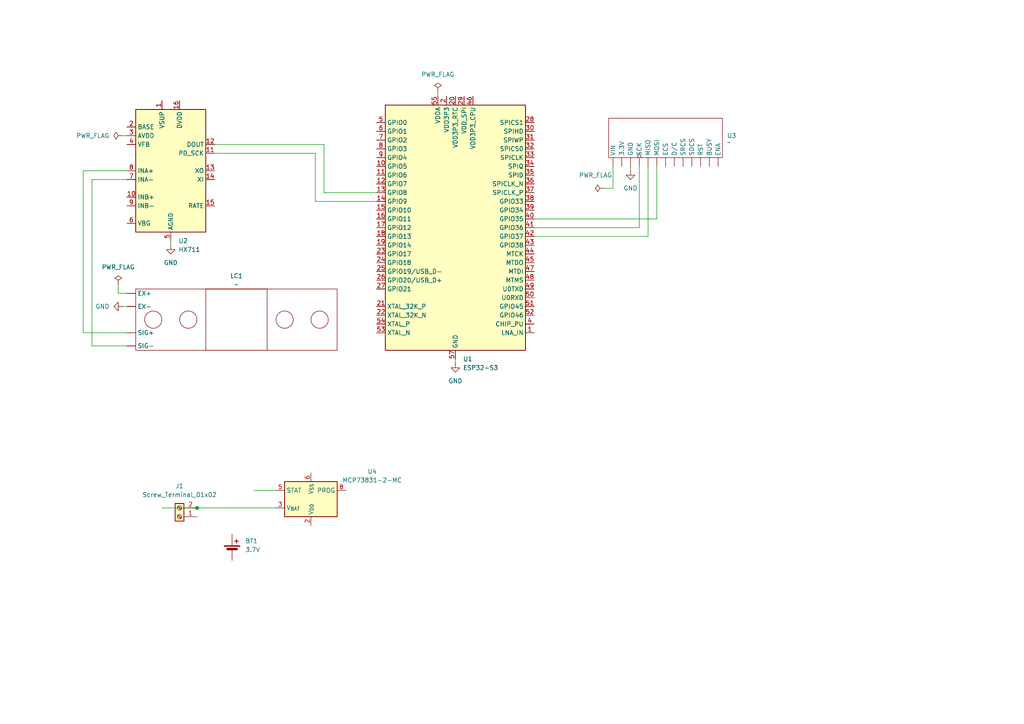
<source format=kicad_sch>
(kicad_sch (version 20231120) (generator "eeschema") (generator_version "8.0")
  (paper "A4")
  (lib_symbols
    (symbol "Analog_ADC:HX711"
      (property "Reference" "U" (at 5.08 21.59 0))
      (property "Value" "HX711" (at 7.62 19.05 0))
      (symbol "HX711_0_1"
        (rectangle (start -10.16 17.78) (end 10.16 -17.78) (stroke (width 0.254)) (fill (type background)))
      )
      (symbol "HX711_1_1"
        (pin power_in line (at -2.54 20.32 270) (length 2.54) (name "VSUP") (number "1"))
        (pin input line (at -12.7 -7.62 0) (length 2.54) (name "INB+") (number "10"))
        (pin input line (at 12.7 5.08 180) (length 2.54) (name "PD_SCK") (number "11"))
        (pin output line (at 12.7 7.62 180) (length 2.54) (name "DOUT") (number "12"))
        (pin passive line (at 12.7 0 180) (length 2.54) (name "XO") (number "13"))
        (pin passive line (at 12.7 -2.54 180) (length 2.54) (name "XI") (number "14"))
        (pin input line (at 12.7 -10.16 180) (length 2.54) (name "RATE") (number "15"))
        (pin power_in line (at 2.54 20.32 270) (length 2.54) (name "DVDD") (number "16"))
        (pin passive line (at -12.7 12.7 0) (length 2.54) (name "BASE") (number "2"))
        (pin power_in line (at -12.7 10.16 0) (length 2.54) (name "AVDD") (number "3"))
        (pin input line (at -12.7 7.62 0) (length 2.54) (name "VFB") (number "4"))
        (pin power_in line (at 0 -20.32 90) (length 2.54) (name "AGND") (number "5"))
        (pin passive line (at -12.7 -15.24 0) (length 2.54) (name "VBG") (number "6"))
        (pin input line (at -12.7 -2.54 0) (length 2.54) (name "INA-") (number "7"))
        (pin input line (at -12.7 0 0) (length 2.54) (name "INA+") (number "8"))
        (pin input line (at -12.7 -10.16 0) (length 2.54) (name "INB-") (number "9"))
      )
    )
    (symbol "Battery_Management:MCP73831-2-MC"
      (property "Reference" "U" (at -7.62 6.35 0))
      (property "Value" "MCP73831-2-MC" (at 1.27 6.35 0))
      (symbol "MCP73831-2-MC_0_1"
        (rectangle (start -7.62 5.08) (end 7.62 -5.08) (stroke (width 0.254)) (fill (type background)))
      )
      (symbol "MCP73831-2-MC_1_1"
        (pin passive line (at 0 7.62 270) (length 2.54) hide (name "V_{DD}") (number "1"))
        (pin power_in line (at 0 7.62 270) (length 2.54) (name "V_{DD}") (number "2"))
        (pin power_out line (at 10.16 2.54 180) (length 2.54) (name "V_{BAT}") (number "3"))
        (pin passive line (at 10.16 2.54 180) (length 2.54) hide (name "V_{BAT}") (number "4"))
        (pin tri_state line (at 10.16 -2.54 180) (length 2.54) (name "STAT") (number "5"))
        (pin power_in line (at 0 -7.62 90) (length 2.54) (name "V_{SS}") (number "6"))
        (pin no_connect line (at -7.62 2.54 0) (length 2.54) hide (name "NC") (number "7"))
        (pin input line (at -10.16 -2.54 0) (length 2.54) (name "PROG") (number "8"))
      )
    )
    (symbol "Connector:Screw_Terminal_01x02" (pin_names (offset 1.016) hide)
      (property "Reference" "J" (at 0 2.54 0))
      (property "Value" "Screw_Terminal_01x02" (at 0 -5.08 0))
      (symbol "Screw_Terminal_01x02_1_1"
        (rectangle (start -1.27 1.27) (end 1.27 -3.81) (stroke (width 0.254)) (fill (type background)))
        (circle (center 0 -2.54) (radius 0.635) (stroke (width 0.1524)))
        (polyline (pts (xy -0.5334 -2.2098) (xy 0.3302 -3.048)) (stroke (width 0.1524)))
        (polyline (pts (xy -0.5334 0.3302) (xy 0.3302 -0.508)) (stroke (width 0.1524)))
        (polyline (pts (xy -0.3556 -2.032) (xy 0.508 -2.8702)) (stroke (width 0.1524)))
        (polyline (pts (xy -0.3556 0.508) (xy 0.508 -0.3302)) (stroke (width 0.1524)))
        (circle (center 0 0) (radius 0.635) (stroke (width 0.1524)))
        (pin passive line (at -5.08 0 0) (length 3.81) (name "Pin_1") (number "1"))
        (pin passive line (at -5.08 -2.54 0) (length 3.81) (name "Pin_2") (number "2"))
      )
    )
    (symbol "Custom:4540"
      (property "Reference" "LC" (at -0.254 10.668 0))
      (symbol "4540_0_1"
        (rectangle (start -29.21 8.89) (end 29.2 -8.89))
        (circle (center -24.13 0) (radius 2.5))
        (circle (center -13.97 0) (radius 2.5))
        (circle (center 13.97 0) (radius 2.5))
        (circle (center 24.13 0) (radius 2.5))
      )
      (symbol "4540_1_1"
        (rectangle (start -8.89 8.89) (end 8.89 -8.89))
        (pin power_in line (at -31.75 7.62 0) (length 2.54) (name "EX+") (number ""))
        (pin power_in line (at -31.75 3.81 0) (length 2.54) (name "EX-") (number ""))
        (pin passive line (at -31.75 -3.81 0) (length 2.54) (name "SIG+") (number ""))
        (pin passive line (at -31.75 -7.62 0) (length 2.54) (name "SIG-") (number ""))
      )
    )
    (symbol "Custom:UC8151D" (pin_numbers hide)
      (property "Reference" "U" (at 17.78 0 0))
      (symbol "UC8151D_0_1"
        (rectangle (start -16.51 5.08) (end 16.51 -6.35))
      )
      (symbol "UC8151D_1_1"
        (pin power_out line (at -12.7 -8.89 90) (length 2.54) (name "3.3V") (number ""))
        (pin output line (at 12.7 -8.89 90) (length 2.54) (name "BUSY") (number ""))
        (pin input line (at 2.54 -8.89 90) (length 2.54) (name "D/C") (number ""))
        (pin input line (at 0 -8.89 90) (length 2.54) (name "ECS") (number ""))
        (pin power_in line (at 15.24 -8.89 90) (length 2.54) (name "ENA") (number ""))
        (pin power_in line (at -10.16 -8.89 90) (length 2.54) (name "GND") (number ""))
        (pin unspecified line (at -5.08 -8.89 90) (length 2.54) (name "MISO") (number ""))
        (pin unspecified line (at -2.54 -8.89 90) (length 2.54) (name "MOSI") (number ""))
        (pin input line (at 10.16 -8.89 90) (length 2.54) (name "RST") (number ""))
        (pin input clock (at -7.62 -8.89 90) (length 2.54) (name "SCK") (number ""))
        (pin input line (at 7.62 -8.89 90) (length 2.54) (name "SDCS") (number ""))
        (pin input line (at 5.08 -8.89 90) (length 2.54) (name "SRCS") (number ""))
        (pin power_in line (at -15.24 -8.89 90) (length 2.54) (name "VIN") (number ""))
      )
    )
    (symbol "Device:Battery_Cell" (pin_numbers hide) (pin_names (offset 0) hide)
      (property "Reference" "BT" (at 2.54 2.54 0))
      (property "Value" "Battery_Cell" (at 2.54 0 0))
      (symbol "Battery_Cell_0_1"
        (rectangle (start -2.286 1.778) (end 2.286 1.524) (fill (type outline)))
        (rectangle (start -1.524 1.016) (end 1.524 0.508) (fill (type outline)))
        (polyline (pts (xy 0 0.762) (xy 0 0)))
        (polyline (pts (xy 0 1.778) (xy 0 2.54)))
        (polyline (pts (xy 0.762 3.048) (xy 1.778 3.048)) (stroke (width 0.254)))
        (polyline (pts (xy 1.27 3.556) (xy 1.27 2.54)) (stroke (width 0.254)))
      )
      (symbol "Battery_Cell_1_1"
        (pin passive line (at 0 5.08 270) (length 2.54) (name "+") (number "1"))
        (pin passive line (at 0 -2.54 90) (length 2.54) (name "-") (number "2"))
      )
    )
    (symbol "MCU_Espressif:ESP32-S3"
      (property "Reference" "U" (at 10.16 -38.1 0))
      (property "Value" "ESP32-S3" (at 13.97 -40.64 0))
      (symbol "ESP32-S3_0_1"
        (rectangle (start -20.32 35.56) (end 20.32 -35.56) (stroke (width 0.254)) (fill (type background)))
      )
      (symbol "ESP32-S3_1_0"
        (pin bidirectional line (at 22.86 12.7 180) (length 2.54) (name "SPICLK_N") (number "36"))
        (pin bidirectional line (at 22.86 -10.16 180) (length 2.54) (name "MTDO") (number "45"))
        (pin bidirectional line (at 22.86 -22.86 180) (length 2.54) (name "GPIO45") (number "51"))
        (pin passive line (at -5.08 38.1 270) (length 2.54) hide (name "VDDA") (number "56"))
      )
      (symbol "ESP32-S3_1_1"
        (pin bidirectional line (at 22.86 -30.48 180) (length 2.54) (name "LNA_IN") (number "1"))
        (pin bidirectional line (at -22.86 17.78 0) (length 2.54) (name "GPIO5") (number "10"))
        (pin bidirectional line (at -22.86 15.24 0) (length 2.54) (name "GPIO6") (number "11"))
        (pin bidirectional line (at -22.86 12.7 0) (length 2.54) (name "GPIO7") (number "12"))
        (pin bidirectional line (at -22.86 10.16 0) (length 2.54) (name "GPIO8") (number "13"))
        (pin bidirectional line (at -22.86 7.62 0) (length 2.54) (name "GPIO9") (number "14"))
        (pin bidirectional line (at -22.86 5.08 0) (length 2.54) (name "GPIO10") (number "15"))
        (pin bidirectional line (at -22.86 2.54 0) (length 2.54) (name "GPIO11") (number "16"))
        (pin bidirectional line (at -22.86 0 0) (length 2.54) (name "GPIO12") (number "17"))
        (pin bidirectional line (at -22.86 -2.54 0) (length 2.54) (name "GPIO13") (number "18"))
        (pin bidirectional line (at -22.86 -5.08 0) (length 2.54) (name "GPIO14") (number "19"))
        (pin power_in line (at -2.54 38.1 270) (length 2.54) (name "VDD3P3") (number "2"))
        (pin power_in line (at 0 38.1 270) (length 2.54) (name "VDD3P3_RTC") (number "20"))
        (pin passive line (at -22.86 -22.86 0) (length 2.54) (name "XTAL_32K_P") (number "21"))
        (pin passive line (at -22.86 -25.4 0) (length 2.54) (name "XTAL_32K_N") (number "22"))
        (pin bidirectional line (at -22.86 -7.62 0) (length 2.54) (name "GPIO17") (number "23"))
        (pin bidirectional line (at -22.86 -10.16 0) (length 2.54) (name "GPIO18") (number "24"))
        (pin bidirectional line (at -22.86 -12.7 0) (length 2.54) (name "GPIO19/USB_D-") (number "25"))
        (pin bidirectional line (at -22.86 -15.24 0) (length 2.54) (name "GPIO20/USB_D+") (number "26"))
        (pin bidirectional line (at -22.86 -17.78 0) (length 2.54) (name "GPIO21") (number "27"))
        (pin bidirectional line (at 22.86 30.48 180) (length 2.54) (name "SPICS1") (number "28"))
        (pin power_in line (at 2.54 38.1 270) (length 2.54) (name "VDD_SPI") (number "29"))
        (pin passive line (at -2.54 38.1 270) (length 2.54) hide (name "VDD3P3") (number "3"))
        (pin bidirectional line (at 22.86 27.94 180) (length 2.54) (name "SPIHD") (number "30"))
        (pin bidirectional line (at 22.86 25.4 180) (length 2.54) (name "SPIWP") (number "31"))
        (pin bidirectional line (at 22.86 22.86 180) (length 2.54) (name "SPICS0") (number "32"))
        (pin bidirectional line (at 22.86 20.32 180) (length 2.54) (name "SPICLK") (number "33"))
        (pin bidirectional line (at 22.86 17.78 180) (length 2.54) (name "SPIQ") (number "34"))
        (pin bidirectional line (at 22.86 15.24 180) (length 2.54) (name "SPID") (number "35"))
        (pin bidirectional line (at 22.86 10.16 180) (length 2.54) (name "SPICLK_P") (number "37"))
        (pin bidirectional line (at 22.86 7.62 180) (length 2.54) (name "GPIO33") (number "38"))
        (pin bidirectional line (at 22.86 5.08 180) (length 2.54) (name "GPIO34") (number "39"))
        (pin input line (at 22.86 -27.94 180) (length 2.54) (name "CHIP_PU") (number "4"))
        (pin bidirectional line (at 22.86 2.54 180) (length 2.54) (name "GPIO35") (number "40"))
        (pin bidirectional line (at 22.86 0 180) (length 2.54) (name "GPIO36") (number "41"))
        (pin bidirectional line (at 22.86 -2.54 180) (length 2.54) (name "GPIO37") (number "42"))
        (pin bidirectional line (at 22.86 -5.08 180) (length 2.54) (name "GPIO38") (number "43"))
        (pin bidirectional line (at 22.86 -7.62 180) (length 2.54) (name "MTCK") (number "44"))
        (pin power_in line (at 5.08 38.1 270) (length 2.54) (name "VDD3P3_CPU") (number "46"))
        (pin bidirectional line (at 22.86 -12.7 180) (length 2.54) (name "MTDI") (number "47"))
        (pin bidirectional line (at 22.86 -15.24 180) (length 2.54) (name "MTMS") (number "48"))
        (pin bidirectional line (at 22.86 -17.78 180) (length 2.54) (name "U0TXD") (number "49"))
        (pin bidirectional line (at -22.86 30.48 0) (length 2.54) (name "GPIO0") (number "5"))
        (pin bidirectional line (at 22.86 -20.32 180) (length 2.54) (name "U0RXD") (number "50"))
        (pin bidirectional line (at 22.86 -25.4 180) (length 2.54) (name "GPIO46") (number "52"))
        (pin output line (at -22.86 -30.48 0) (length 2.54) (name "XTAL_N") (number "53"))
        (pin input line (at -22.86 -27.94 0) (length 2.54) (name "XTAL_P") (number "54"))
        (pin power_in line (at -5.08 38.1 270) (length 2.54) (name "VDDA") (number "55"))
        (pin power_in line (at 0 -38.1 90) (length 2.54) (name "GND") (number "57"))
        (pin bidirectional line (at -22.86 27.94 0) (length 2.54) (name "GPIO1") (number "6"))
        (pin bidirectional line (at -22.86 25.4 0) (length 2.54) (name "GPIO2") (number "7"))
        (pin bidirectional line (at -22.86 22.86 0) (length 2.54) (name "GPIO3") (number "8"))
        (pin bidirectional line (at -22.86 20.32 0) (length 2.54) (name "GPIO4") (number "9"))
      )
    )
    (symbol "power:GND" (power) (pin_numbers hide) (pin_names (offset 0) hide)
      (property "Value" "GND" (at 0 -3.81 0))
      (symbol "GND_0_1"
        (polyline (pts (xy 0 0) (xy 0 -1.27) (xy 1.27 -1.27) (xy 0 -2.54) (xy -1.27 -1.27) (xy 0 -1.27)))
      )
      (symbol "GND_1_1"
        (pin power_in line (at 0 0 270) (length 0) (name "~") (number "1"))
      )
    )
    (symbol "power:PWR_FLAG" (power) (pin_numbers hide) (pin_names (offset 0) hide)
      (property "Value" "PWR_FLAG" (at 0 3.81 0))
      (symbol "PWR_FLAG_0_0"
        (pin power_out line (at 0 0 90) (length 0) (name "~") (number "1"))
      )
      (symbol "PWR_FLAG_0_1"
        (polyline (pts (xy 0 0) (xy 0 1.27) (xy -1.016 1.905) (xy 0 2.54) (xy 1.016 1.905) (xy 0 1.27)))
      )
    )
  )
  (junction (at 57.15 147.32))
  (wire (pts (xy 91.44 44.45) (xy 62.23 44.45)))
  (wire (pts (xy 26.67 100.33) (xy 26.67 52.07)))
  (wire (pts (xy 26.67 52.07) (xy 36.83 52.07)))
  (wire (pts (xy 46.99 147.32) (xy 57.15 147.32)))
  (wire (pts (xy 36.83 100.33) (xy 26.67 100.33)))
  (wire (pts (xy 127 26.67) (xy 127 27.94)))
  (wire (pts (xy 34.29 85.09) (xy 34.29 82.55)))
  (wire (pts (xy 24.13 49.53) (xy 36.83 49.53)))
  (wire (pts (xy 187.96 48.26) (xy 187.96 68.58)))
  (wire (pts (xy 93.98 55.88) (xy 93.98 41.91)))
  (wire (pts (xy 91.44 58.42) (xy 91.44 44.45)))
  (wire (pts (xy 182.88 48.26) (xy 182.88 49.53)))
  (wire (pts (xy 109.22 55.88) (xy 93.98 55.88)))
  (wire (pts (xy 185.42 66.04) (xy 154.94 66.04)))
  (wire (pts (xy 185.42 48.26) (xy 185.42 66.04)))
  (wire (pts (xy 57.15 147.32) (xy 80.01 147.32)))
  (wire (pts (xy 154.94 63.5) (xy 190.5 63.5)))
  (wire (pts (xy 35.56 39.37) (xy 36.83 39.37)))
  (wire (pts (xy 187.96 68.58) (xy 154.94 68.58)))
  (wire (pts (xy 49.53 69.85) (xy 49.53 71.12)))
  (wire (pts (xy 177.8 54.61) (xy 177.8 48.26)))
  (wire (pts (xy 93.98 41.91) (xy 62.23 41.91)))
  (wire (pts (xy 132.08 104.14) (xy 132.08 105.41)))
  (wire (pts (xy 35.56 88.9) (xy 36.83 88.9)))
  (wire (pts (xy 24.13 96.52) (xy 36.83 96.52)))
  (wire (pts (xy 109.22 58.42) (xy 91.44 58.42)))
  (wire (pts (xy 175.26 54.61) (xy 177.8 54.61)))
  (wire (pts (xy 34.29 85.09) (xy 36.83 85.09)))
  (wire (pts (xy 190.5 48.26) (xy 190.5 63.5)))
  (wire (pts (xy 80.01 142.24) (xy 73.66 142.24)))
  (wire (pts (xy 24.13 49.53) (xy 24.13 96.52)))
  (symbol (lib_id "Connector:Screw_Terminal_01x02") (at 52.07 149.86 180) (unit 1)
    (property "Reference" "J1" (at 52.07 140.97 0))
    (property "Value" "Screw_Terminal_01x02" (at 52.07 143.51 0))
    (property "Description" "Generic screw terminal, single row, 01x02, script generated (kicad-library-utils/schlib/autogen/connector/)" (effects (hide yes)))
  )
  (symbol (lib_id "power:PWR_FLAG") (at 175.26 54.61 90) (unit 1)
    (property "Reference" "#FLG01" (effects (hide yes)))
    (property "Value" "PWR_FLAG" (at 172.72 50.8 90))
    (property "Description" "Special symbol for telling ERC where power comes from" (effects (hide yes)))
  )
  (symbol (lib_id "power:GND") (at 182.88 49.53 0) (unit 1)
    (property "Reference" "#PWR01" (effects (hide yes)))
    (property "Value" "GND" (at 182.88 54.61 0))
    (property "Description" "Power symbol creates a global label with name \"GND\" , ground" (effects (hide yes)))
  )
  (symbol (lib_id "Battery_Management:MCP73831-2-MC") (at 90.17 144.78 180) (unit 1)
    (property "Reference" "U4" (at 107.95 136.7438 0))
    (property "Value" "MCP73831-2-MC" (at 107.95 139.2838 0))
    (property "Footprint" "Package_DFN_QFN:DFN-8-1EP_3x2mm_P0.5mm_EP1.7x1.4mm" (effects (hide yes)))
    (property "Datasheet" "http://ww1.microchip.com/downloads/en/DeviceDoc/20001984g.pdf" (effects (hide yes)))
    (property "Description" "Single cell, Li-Ion/Li-Po charge management controller, 4.20V, Tri-State Status Output, in DFN-8 package" (effects (hide yes)))
  )
  (symbol (lib_id "power:PWR_FLAG") (at 35.56 39.37 90) (unit 1)
    (property "Reference" "#FLG03" (effects (hide yes)))
    (property "Value" "PWR_FLAG" (at 31.75 39.3699 90) (effects (justify left)))
    (property "Description" "Special symbol for telling ERC where power comes from" (effects (hide yes)))
  )
  (symbol (lib_id "MCU_Espressif:ESP32-S3") (at 132.08 66.04 0) (unit 1)
    (property "Reference" "U1" (at 134.2741 104.14 0) (effects (justify left)))
    (property "Value" "ESP32-S3" (at 134.2741 106.68 0) (effects (justify left)))
    (property "Footprint" "Package_DFN_QFN:QFN-56-1EP_7x7mm_P0.4mm_EP4x4mm" (effects (hide yes)))
    (property "Datasheet" "https://www.espressif.com/sites/default/files/documentation/esp32-s3_datasheet_en.pdf" (effects (hide yes)))
    (property "Description" "Microcontroller, Wi-Fi 802.11b/g/n, Bluetooth, 32bit" (effects (hide yes)))
  )
  (symbol (lib_id "Custom:UC8151D") (at 193.04 39.37 0) (unit 1)
    (property "Reference" "U3" (at 210.82 39.3699 0) (effects (justify left)))
    (property "Value" "~" (at 210.82 41.275 0) (effects (justify left)))
  )
  (symbol (lib_id "Analog_ADC:HX711") (at 49.53 49.53 0) (unit 1)
    (property "Reference" "U2" (at 51.7241 69.85 0) (effects (justify left)))
    (property "Value" "HX711" (at 51.7241 72.39 0) (effects (justify left)))
    (property "Footprint" "Package_SO:SOP-16_3.9x9.9mm_P1.27mm" (effects (hide yes)))
    (property "Datasheet" "https://web.archive.org/web/20220615044707/https://akizukidenshi.com/download/ds/avia/hx711.pdf" (effects (hide yes)))
    (property "Description" "24-Bit Analog-to-Digital Converter (ADC) for Weight Scales" (effects (hide yes)))
  )
  (symbol (lib_id "power:GND") (at 132.08 105.41 0) (unit 1)
    (property "Reference" "#PWR02" (effects (hide yes)))
    (property "Value" "GND" (at 132.08 110.49 0))
    (property "Description" "Power symbol creates a global label with name \"GND\" , ground" (effects (hide yes)))
  )
  (symbol (lib_id "Device:Battery_Cell") (at 67.31 160.02 0) (unit 1)
    (property "Reference" "BT1" (at 71.12 156.9084 0) (effects (justify left)))
    (property "Value" "3.7V" (at 71.12 159.4484 0) (effects (justify left)))
    (property "Description" "Single-cell battery" (effects (hide yes)))
  )
  (symbol (lib_id "Custom:4540") (at 68.58 92.71 0) (unit 1)
    (property "Reference" "LC1" (at 68.575 80.01 0))
    (property "Value" "~" (at 68.575 82.55 0))
  )
  (symbol (lib_id "power:PWR_FLAG") (at 127 26.67 0) (unit 1)
    (property "Reference" "#FLG02" (effects (hide yes)))
    (property "Value" "PWR_FLAG" (at 127 21.59 0))
    (property "Description" "Special symbol for telling ERC where power comes from" (effects (hide yes)))
  )
  (symbol (lib_id "power:GND") (at 49.53 71.12 0) (unit 1)
    (property "Reference" "#PWR04" (effects (hide yes)))
    (property "Value" "GND" (at 49.53 76.2 0))
    (property "Description" "Power symbol creates a global label with name \"GND\" , ground" (effects (hide yes)))
  )
  (symbol (lib_id "power:PWR_FLAG") (at 34.29 82.55 0) (unit 1)
    (property "Reference" "#FLG04" (effects (hide yes)))
    (property "Value" "PWR_FLAG" (at 34.29 77.47 0))
    (property "Description" "Special symbol for telling ERC where power comes from" (effects (hide yes)))
  )
  (symbol (lib_id "power:GND") (at 35.56 88.9 270) (unit 1)
    (property "Reference" "#PWR03" (effects (hide yes)))
    (property "Value" "GND" (at 31.75 88.8999 90) (effects (justify right)))
    (property "Description" "Power symbol creates a global label with name \"GND\" , ground" (effects (hide yes)))
  )
)
</source>
